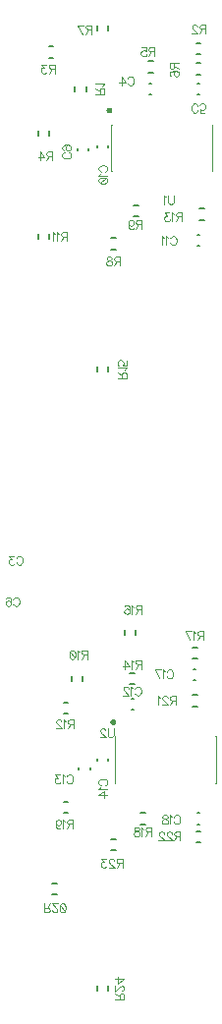
<source format=gbr>
G04 DipTrace 4.0.0.5*
G04 BottomSilk.gbr*
%MOIN*%
G04 #@! TF.FileFunction,Legend,Bot*
G04 #@! TF.Part,Single*
%ADD13C,0.004724*%
%ADD19C,0.005906*%
%ADD42C,0.003281*%
%FSLAX26Y26*%
G04*
G70*
G90*
G75*
G01*
G04 BotSilk*
%LPD*%
X947703Y4237598D2*
D19*
X940616D1*
X947703Y4199803D2*
X940616D1*
X1103116Y3687303D2*
X1110203D1*
X1103116Y3725098D2*
X1110202Y3725099D1*
X1090616Y2212303D2*
X1097703D1*
X1090616Y2250098D2*
X1097703D1*
X1103116Y4199803D2*
X1110203D1*
X1103116Y4237598D2*
X1110203D1*
X885203Y2150098D2*
X878116D1*
X885203Y2112303D2*
X878116D1*
X1103116Y1724803D2*
X1110203D1*
X1103116Y1762598D2*
X1110202Y1762599D1*
X700262Y1915993D2*
Y1908907D1*
X738057Y1915993D2*
Y1908907D1*
X734063Y4008598D2*
Y4015685D1*
X696268Y4008598D2*
Y4015685D1*
X762762Y1947244D2*
Y1940157D1*
X800557Y1947244D2*
Y1940158D1*
X762762Y4025740D2*
Y4018653D1*
X800557Y4025741D2*
Y4018654D1*
X725557Y4210827D2*
Y4226575D1*
X687762Y4210827D2*
Y4226575D1*
X952033Y4312598D2*
X936285D1*
X952033Y4274803D2*
X936285D1*
X886285Y3787303D2*
X902033D1*
X886285Y3825098D2*
X902033D1*
X1111286Y3774803D2*
X1127034D1*
X1111285Y3812598D2*
X1127033Y3812599D1*
X1102033Y2325099D2*
X1086285Y2325098D1*
X1102034Y2287303D2*
X1086286D1*
X1086285Y2124803D2*
X1102033D1*
X1086285Y2162598D2*
X1102033D1*
X598785Y4324803D2*
X614533D1*
X598785Y4362598D2*
X614533D1*
X562761Y3726574D2*
X562762Y3710826D1*
X600557Y3726575D2*
Y3710827D1*
X648785Y1762303D2*
X664533D1*
X648785Y1800098D2*
X664533D1*
X762762Y4432825D2*
Y4417077D1*
X800557Y4432825D2*
Y4417077D1*
Y3260827D2*
Y3276575D1*
X762762Y3260827D2*
Y3276575D1*
X811285Y1637303D2*
X827033D1*
X811285Y1675098D2*
X827033D1*
X1114533Y4375098D2*
X1098785D1*
X1114533Y4337303D2*
X1098785D1*
Y4268554D2*
X1114533D1*
X1098785Y4306349D2*
X1114533D1*
X713057Y2210827D2*
Y2226575D1*
X675262Y2210826D2*
X675261Y2226574D1*
X889533Y2237598D2*
X873785D1*
X889533Y2199803D2*
X873785D1*
X911285Y1724803D2*
X927033D1*
X911285Y1762598D2*
X927033D1*
X1098786Y1662303D2*
X1114534D1*
X1098785Y1700098D2*
X1114533Y1700099D1*
X600557Y4060827D2*
Y4076575D1*
X562762Y4060827D2*
Y4076575D1*
X648785Y2099803D2*
X664533D1*
X648785Y2137598D2*
X664533D1*
X611285Y1487303D2*
X627033D1*
X611285Y1525098D2*
X627033D1*
X811285Y3674803D2*
X827033D1*
X811285Y3712598D2*
X827033D1*
X856511Y2382825D2*
Y2367077D1*
X894306Y2382826D2*
Y2367078D1*
X800557Y1160827D2*
Y1176575D1*
X762762Y1160827D2*
Y1176575D1*
X811976Y3939957D2*
D13*
X809220D1*
X809217Y4097437D1*
X811973D1*
X1151346Y3939964D2*
X1154102Y3939965D1*
X1154098Y4097445D1*
X1151343D1*
G36*
X814334Y4145469D2*
X814249Y4144184D1*
X813998Y4142921D1*
X813585Y4141702D1*
X813015Y4140548D1*
X812300Y4139477D1*
X811451Y4138509D1*
X810483Y4137660D1*
X809413Y4136945D1*
X808258Y4136375D1*
X807039Y4135962D1*
X805776Y4135710D1*
X804491Y4135626D1*
X803207Y4135710D1*
X801944Y4135961D1*
X800725Y4136375D1*
X799570Y4136945D1*
X798500Y4137660D1*
X797532Y4138509D1*
X796683Y4139477D1*
X795967Y4140547D1*
X795398Y4141702D1*
X794984Y4142921D1*
X794733Y4144184D1*
X794649Y4145468D1*
D1*
X794733Y4146753D1*
X794984Y4148016D1*
X795398Y4149235D1*
X795967Y4150390D1*
X796682Y4151460D1*
X797531Y4152428D1*
X798499Y4153277D1*
X799570Y4153992D1*
X800724Y4154562D1*
X801943Y4154976D1*
X803206Y4155227D1*
X804491Y4155311D1*
X805776Y4155227D1*
X807038Y4154976D1*
X808257Y4154562D1*
X809412Y4153993D1*
X810483Y4153277D1*
X811451Y4152428D1*
X812300Y4151461D1*
X813015Y4150390D1*
X813584Y4149235D1*
X813998Y4148016D1*
X814249Y4146754D1*
X814334Y4145469D1*
D1*
G37*
X824474Y1864961D2*
D13*
X821718D1*
Y2022441D1*
X824474D1*
X1163844Y1864961D2*
X1166600D1*
Y2022441D1*
X1163844D1*
G36*
X826836Y2070472D2*
X826752Y2069188D1*
X826501Y2067925D1*
X826087Y2066706D1*
X825518Y2065551D1*
X824803Y2064481D1*
X823954Y2063513D1*
X822986Y2062664D1*
X821915Y2061949D1*
X820760Y2061379D1*
X819541Y2060965D1*
X818279Y2060714D1*
X816994Y2060630D1*
X815709Y2060714D1*
X814446Y2060965D1*
X813227Y2061379D1*
X812073Y2061949D1*
X811002Y2062664D1*
X810034Y2063513D1*
X809185Y2064481D1*
X808470Y2065551D1*
X807901Y2066706D1*
X807487Y2067925D1*
X807236Y2069188D1*
X807151Y2070472D1*
D1*
X807236Y2071757D1*
X807487Y2073020D1*
X807901Y2074239D1*
X808470Y2075394D1*
X809185Y2076464D1*
X810034Y2077432D1*
X811002Y2078281D1*
X812073Y2078996D1*
X813227Y2079566D1*
X814446Y2079980D1*
X815709Y2080231D1*
X816994Y2080315D1*
X818279Y2080231D1*
X819541Y2079980D1*
X820760Y2079566D1*
X821915Y2078996D1*
X822986Y2078281D1*
X823954Y2077432D1*
X824803Y2076464D1*
X825518Y2075394D1*
X826087Y2074239D1*
X826501Y2073020D1*
X826752Y2071757D1*
X826836Y2070472D1*
D1*
G37*
X866004Y4254301D2*
D42*
X867430Y4257153D1*
X870315Y4260038D1*
X873167Y4261464D1*
X878904D1*
X881789Y4260038D1*
X884641Y4257153D1*
X886100Y4254301D1*
X887526Y4249990D1*
Y4242794D1*
X886100Y4238517D1*
X884641Y4235631D1*
X881789Y4232780D1*
X878904Y4231320D1*
X873167D1*
X870315Y4232780D1*
X867430Y4235631D1*
X866004Y4238517D1*
X845084Y4231320D2*
Y4261431D1*
X859443Y4241368D1*
X837921D1*
X1010890Y3712179D2*
X1012315Y3715031D1*
X1015200Y3717916D1*
X1018052Y3719342D1*
X1023789D1*
X1026674Y3717916D1*
X1029526Y3715031D1*
X1030986Y3712179D1*
X1032412Y3707868D1*
Y3700672D1*
X1030986Y3696394D1*
X1029527Y3693509D1*
X1026675Y3690657D1*
X1023790Y3689198D1*
X1018053D1*
X1015201Y3690657D1*
X1012316Y3693509D1*
X1010890Y3696394D1*
X1004328Y3713571D2*
X1001443Y3715030D1*
X997132Y3719308D1*
Y3689197D1*
X990570Y3713571D2*
X987685Y3715030D1*
X983374Y3719308D1*
Y3689197D1*
X999202Y2241678D2*
X1000628Y2244530D1*
X1003513Y2247415D1*
X1006365Y2248841D1*
X1012102D1*
X1014987Y2247415D1*
X1017839Y2244530D1*
X1019298Y2241678D1*
X1020724Y2237367D1*
Y2230171D1*
X1019298Y2225893D1*
X1017839Y2223008D1*
X1014987Y2220156D1*
X1012102Y2218697D1*
X1006365D1*
X1003513Y2220156D1*
X1000628Y2223008D1*
X999202Y2225893D1*
X992640Y2243071D2*
X989755Y2244530D1*
X985444Y2248808D1*
Y2218697D1*
X973145D2*
X958786Y2248808D1*
X978882D1*
X1104091Y4145597D2*
X1102665Y4142746D1*
X1099780Y4139860D1*
X1096928Y4138435D1*
X1091192D1*
X1088306Y4139860D1*
X1085455Y4142746D1*
X1083995Y4145597D1*
X1082569Y4149908D1*
Y4157105D1*
X1083995Y4161382D1*
X1085455Y4164268D1*
X1088306Y4167119D1*
X1091192Y4168579D1*
X1096928D1*
X1099780Y4167119D1*
X1102665Y4164268D1*
X1104091Y4161382D1*
X1127864Y4138468D2*
X1113538D1*
X1112112Y4151368D1*
X1113538Y4149942D1*
X1117849Y4148483D1*
X1122127D1*
X1126438Y4149942D1*
X1129323Y4152794D1*
X1130749Y4157105D1*
Y4159956D1*
X1129323Y4164268D1*
X1126438Y4167153D1*
X1122127Y4168579D1*
X1117849D1*
X1113538Y4167153D1*
X1112112Y4165693D1*
X1110653Y4162842D1*
X891106Y2184337D2*
X892532Y2187189D1*
X895417Y2190074D1*
X898269Y2191500D1*
X904006D1*
X906891Y2190074D1*
X909743Y2187189D1*
X911202Y2184337D1*
X912628Y2180026D1*
Y2172830D1*
X911202Y2168552D1*
X909743Y2165667D1*
X906891Y2162815D1*
X904006Y2161356D1*
X898269D1*
X895417Y2162815D1*
X892532Y2165667D1*
X891106Y2168552D1*
X884544Y2185730D2*
X881659Y2187189D1*
X877348Y2191467D1*
Y2161356D1*
X869327Y2184304D2*
Y2185730D1*
X867902Y2188615D1*
X866476Y2190041D1*
X863590Y2191467D1*
X857854D1*
X855002Y2190041D1*
X853576Y2188615D1*
X852117Y2185730D1*
Y2182878D1*
X853576Y2179993D1*
X856428Y2175715D1*
X870787Y2161356D1*
X850691D1*
X1023075Y1748483D2*
X1024501Y1751335D1*
X1027386Y1754220D1*
X1030238Y1755646D1*
X1035975Y1755647D1*
X1038860Y1754221D1*
X1041712Y1751336D1*
X1043171Y1748484D1*
X1044597Y1744173D1*
Y1736977D1*
X1043171Y1732699D1*
X1041712Y1729814D1*
X1038860Y1726962D1*
X1035975Y1725503D1*
X1030238Y1725502D1*
X1027386Y1726962D1*
X1024501Y1729813D1*
X1023075Y1732698D1*
X1016513Y1749876D2*
X1013628Y1751335D1*
X1009317Y1755613D1*
X1009318Y1725502D1*
X995592Y1755613D2*
X999870Y1754187D1*
X1001329Y1751335D1*
X1001330Y1748450D1*
X999870Y1745598D1*
X997019Y1744139D1*
X991282Y1742713D1*
X986971Y1741286D1*
X984119Y1738401D1*
X982693Y1735549D1*
Y1731238D1*
X984119Y1728387D1*
X985545Y1726927D1*
X989856Y1725502D1*
X995593D1*
X999871Y1726928D1*
X1001330Y1728387D1*
X1002756Y1731239D1*
Y1735550D1*
X1001330Y1738402D1*
X998445Y1741287D1*
X994167Y1742713D1*
X988430Y1744138D1*
X985545Y1745597D1*
X984119Y1748449D1*
Y1751334D1*
X985544Y1754186D1*
X989855Y1755612D1*
X995592Y1755613D1*
X659328Y1885903D2*
X660754Y1888754D1*
X663639Y1891640D1*
X666491Y1893065D1*
X672228D1*
X675113Y1891640D1*
X677965Y1888754D1*
X679424Y1885903D1*
X680850Y1881592D1*
Y1874395D1*
X679424Y1870118D1*
X677965Y1867232D1*
X675113Y1864381D1*
X672228Y1862921D1*
X666491D1*
X663639Y1864381D1*
X660754Y1867232D1*
X659328Y1870118D1*
X652766Y1887295D2*
X649881Y1888754D1*
X645570Y1893032D1*
Y1862921D1*
X636123Y1893032D2*
X620371D1*
X628960Y1881558D1*
X624649D1*
X621797Y1880132D1*
X620371Y1878706D1*
X618912Y1874395D1*
Y1871544D1*
X620371Y1867232D1*
X623223Y1864347D1*
X627534Y1862921D1*
X631845D1*
X636123Y1864347D1*
X637549Y1865807D1*
X639008Y1868658D1*
X667188Y4003858D2*
X670040Y4002432D1*
X672925Y3999547D1*
X674351Y3996695D1*
Y3990958D1*
X672925Y3988073D1*
X670040Y3985221D1*
X667188Y3983762D1*
X662877Y3982336D1*
X655681D1*
X651403Y3983762D1*
X648518Y3985221D1*
X645666Y3988073D1*
X644207Y3990958D1*
Y3996695D1*
X645666Y3999547D1*
X648518Y4002432D1*
X651403Y4003858D1*
X664303Y4029089D2*
X659992Y4027630D1*
X657107Y4024778D1*
X655681Y4020467D1*
Y4019041D1*
X657107Y4014730D1*
X659992Y4011879D1*
X664303Y4010419D1*
X665729D1*
X670040Y4011879D1*
X672892Y4014730D1*
X674318Y4019041D1*
Y4020467D1*
X672892Y4024778D1*
X670040Y4027630D1*
X664303Y4029089D1*
X657107D1*
X649944Y4027630D1*
X645633Y4024778D1*
X644207Y4020467D1*
Y4017615D1*
X645633Y4013304D1*
X648518Y4011879D1*
X774995Y1857048D2*
X772143Y1858474D1*
X769258Y1861359D1*
X767831Y1864211D1*
Y1869948D1*
X769257Y1872833D1*
X772142Y1875685D1*
X774994Y1877144D1*
X779305Y1878570D1*
X786501D1*
X790779Y1877144D1*
X793664Y1875685D1*
X796516Y1872833D1*
X797975Y1869948D1*
Y1864211D1*
X796516Y1861359D1*
X793665Y1858474D1*
X790780Y1857048D1*
X773602Y1850486D2*
X772143Y1847601D1*
X767865Y1843290D1*
X797976Y1843291D1*
Y1822370D2*
X767865Y1822369D1*
X787928Y1836729D1*
Y1815207D1*
X774753Y3938364D2*
X771901Y3939790D1*
X769016Y3942675D1*
X767590Y3945527D1*
Y3951264D1*
X769016Y3954149D1*
X771901Y3957001D1*
X774753Y3958460D1*
X779064Y3959886D1*
X786260D1*
X790538Y3958460D1*
X793423Y3957001D1*
X796275Y3954149D1*
X797734Y3951264D1*
Y3945527D1*
X796275Y3942675D1*
X793423Y3939790D1*
X790538Y3938364D1*
X773360Y3931802D2*
X771901Y3928917D1*
X767624Y3924606D1*
X797734Y3924607D1*
X767624Y3909422D2*
X769050Y3913733D1*
X773361Y3916619D1*
X780524Y3918045D1*
X784835D1*
X791998Y3916619D1*
X796309Y3913734D1*
X797735Y3909423D1*
Y3906571D1*
X796309Y3902260D1*
X791998Y3899408D1*
X784835Y3897949D1*
X780524D1*
X773361Y3899408D1*
X769050Y3902259D1*
X767624Y3906570D1*
Y3909422D1*
X773361Y3899408D2*
X791998Y3916619D1*
X477803Y2487388D2*
X479229Y2490240D1*
X482114Y2493125D1*
X484966Y2494551D1*
X490703D1*
X493588Y2493125D1*
X496440Y2490240D1*
X497899Y2487388D1*
X499325Y2483077D1*
Y2475881D1*
X497899Y2471603D1*
X496440Y2468718D1*
X493588Y2465866D1*
X490703Y2464407D1*
X484966D1*
X482114Y2465866D1*
X479229Y2468718D1*
X477803Y2471603D1*
X454031Y2490240D2*
X455457Y2493092D1*
X459768Y2494518D1*
X462620D1*
X466931Y2493092D1*
X469816Y2488781D1*
X471242Y2481618D1*
Y2474455D1*
X469816Y2468718D1*
X466931Y2465833D1*
X462620Y2464407D1*
X461194D1*
X456916Y2465833D1*
X454031Y2468718D1*
X452605Y2473029D1*
Y2474455D1*
X454031Y2478766D1*
X456916Y2481618D1*
X461194Y2483044D1*
X462620D1*
X466931Y2481618D1*
X469816Y2478766D1*
X471242Y2474455D1*
X488461Y2627996D2*
X489887Y2630848D1*
X492772Y2633733D1*
X495624Y2635159D1*
X501361D1*
X504246Y2633733D1*
X507098Y2630848D1*
X508557Y2627996D1*
X509983Y2623685D1*
Y2616489D1*
X508557Y2612211D1*
X507098Y2609326D1*
X504246Y2606474D1*
X501361Y2605015D1*
X495624D1*
X492772Y2606474D1*
X489887Y2609326D1*
X488461Y2612211D1*
X479014Y2635125D2*
X463262D1*
X471851Y2623652D1*
X467540D1*
X464688Y2622226D1*
X463262Y2620800D1*
X461803Y2616489D1*
Y2613637D1*
X463262Y2609326D1*
X466114Y2606441D1*
X470425Y2605015D1*
X474736D1*
X479014Y2606441D1*
X480440Y2607900D1*
X481899Y2610752D1*
X772567Y4201774D2*
Y4214674D1*
X774026Y4218985D1*
X775452Y4220444D1*
X778303Y4221870D1*
X781189D1*
X784040Y4220444D1*
X785500Y4218985D1*
X786926Y4214674D1*
Y4201774D1*
X756782D1*
X772567Y4211822D2*
X756782Y4221870D1*
X781155Y4228432D2*
X782615Y4231317D1*
X786892Y4235628D1*
X756782D1*
X957893Y4345679D2*
X944993D1*
X940682Y4347138D1*
X939223Y4348564D1*
X937797Y4351416D1*
Y4354301D1*
X939223Y4357153D1*
X940682Y4358612D1*
X944993Y4360038D1*
X957893D1*
Y4329894D1*
X947845Y4345679D2*
X937797Y4329894D1*
X914024Y4360005D2*
X928350D1*
X929776Y4347105D1*
X928350Y4348531D1*
X924039Y4349990D1*
X919761D1*
X915450Y4348531D1*
X912565Y4345679D1*
X911139Y4341368D1*
Y4338516D1*
X912565Y4334205D1*
X915450Y4331320D1*
X919761Y4329894D1*
X924039D1*
X928350Y4331320D1*
X929776Y4332779D1*
X931235Y4335631D1*
X914527Y3759045D2*
X901627D1*
X897316Y3760504D1*
X895857Y3761930D1*
X894431Y3764782D1*
Y3767667D1*
X895857Y3770519D1*
X897316Y3771978D1*
X901627Y3773404D1*
X914527D1*
Y3743260D1*
X904479Y3759045D2*
X894431Y3743260D1*
X869199Y3763356D2*
X870658Y3759045D1*
X873510Y3756160D1*
X877821Y3754734D1*
X879247D1*
X883558Y3756160D1*
X886410Y3759045D1*
X887869Y3763356D1*
Y3764782D1*
X886410Y3769093D1*
X883558Y3771945D1*
X879247Y3773371D1*
X877821D1*
X873510Y3771945D1*
X870658Y3769093D1*
X869199Y3763356D1*
Y3756160D1*
X870658Y3748997D1*
X873510Y3744686D1*
X877821Y3743260D1*
X880673D1*
X884984Y3744686D1*
X886410Y3747571D1*
X1050649Y3785605D2*
X1037749D1*
X1033438Y3787064D1*
X1031979Y3788490D1*
X1030553Y3791342D1*
Y3794227D1*
X1031978Y3797079D1*
X1033438Y3798538D1*
X1037749Y3799964D1*
X1050648D1*
X1050649Y3769820D1*
X1040601Y3785605D2*
X1030553Y3769820D1*
X1023991Y3794193D2*
X1021106Y3795653D1*
X1016795Y3799930D1*
Y3769819D1*
X1007348Y3799930D2*
X991596D1*
X1000185Y3788456D1*
X995874D1*
X993022Y3787030D1*
X991596Y3785604D1*
X990137Y3781293D1*
Y3778441D1*
X991597Y3774130D1*
X994449Y3771245D1*
X998760Y3769819D1*
X1003071D1*
X1007349Y3771245D1*
X1008774Y3772704D1*
X1010234Y3775556D1*
X1122514Y2364516D2*
X1109614Y2364515D1*
X1105303Y2365974D1*
X1103844Y2367400D1*
X1102418Y2370252D1*
Y2373137D1*
X1103844Y2375989D1*
X1105303Y2377448D1*
X1109614Y2378874D1*
X1122514Y2378875D1*
X1122515Y2348731D1*
X1112466Y2364515D2*
X1102419Y2348730D1*
X1095856Y2373104D2*
X1092971Y2374563D1*
X1088660Y2378841D1*
X1088661Y2348730D1*
X1076362Y2348729D2*
X1062002Y2378840D1*
X1082098D1*
X1029502Y2145083D2*
X1016602D1*
X1012291Y2146542D1*
X1010832Y2147968D1*
X1009406Y2150820D1*
Y2153705D1*
X1010832Y2156557D1*
X1012291Y2158016D1*
X1016602Y2159442D1*
X1029502D1*
Y2129298D1*
X1019454Y2145083D2*
X1009406Y2129298D1*
X1001385Y2152246D2*
Y2153672D1*
X999959Y2156557D1*
X998533Y2157983D1*
X995648Y2159409D1*
X989911D1*
X987059Y2157983D1*
X985633Y2156557D1*
X984174Y2153672D1*
Y2150820D1*
X985633Y2147935D1*
X988485Y2143657D1*
X1002844Y2129298D1*
X982748D1*
X976186Y2153672D2*
X973301Y2155131D1*
X968990Y2159409D1*
Y2129298D1*
X618250Y4287374D2*
X605350D1*
X601039Y4288834D1*
X599580Y4290259D1*
X598154Y4293111D1*
Y4295996D1*
X599580Y4298848D1*
X601039Y4300307D1*
X605350Y4301733D1*
X618250D1*
Y4271589D1*
X608202Y4287374D2*
X598154Y4271589D1*
X588707Y4301700D2*
X572955D1*
X581544Y4290226D1*
X577233D1*
X574381Y4288800D1*
X572955Y4287374D1*
X571496Y4283063D1*
Y4280211D1*
X572955Y4275900D1*
X575807Y4273015D1*
X580118Y4271589D1*
X584429D1*
X588707Y4273015D1*
X590133Y4274475D1*
X591592Y4277326D1*
X660333Y3717741D2*
X647433Y3717740D1*
X643122Y3719199D1*
X641662Y3720625D1*
X640236Y3723477D1*
Y3726362D1*
X641662Y3729214D1*
X643121Y3730673D1*
X647432Y3732099D1*
X660332Y3732100D1*
X660333Y3701956D1*
X650285Y3717741D2*
X640237Y3701955D1*
X633675Y3726329D2*
X630790Y3727788D1*
X626478Y3732066D1*
X626479Y3701955D1*
X619917Y3726329D2*
X617032Y3727788D1*
X612721Y3732066D1*
Y3701955D1*
X680508Y1725636D2*
X667608D1*
X663297Y1727095D1*
X661838Y1728521D1*
X660412Y1731373D1*
Y1734258D1*
X661838Y1737110D1*
X663297Y1738569D1*
X667608Y1739995D1*
X680508D1*
Y1709851D1*
X670460Y1725636D2*
X660412Y1709851D1*
X653850Y1734224D2*
X650965Y1735684D1*
X646654Y1739961D1*
Y1709851D1*
X621422Y1729947D2*
X622881Y1725636D1*
X625733Y1722751D1*
X630044Y1721325D1*
X631470D1*
X635781Y1722751D1*
X638633Y1725636D1*
X640092Y1729947D1*
Y1731373D1*
X638633Y1735684D1*
X635781Y1738535D1*
X631470Y1739961D1*
X630044D1*
X625733Y1738535D1*
X622881Y1735684D1*
X621422Y1729947D1*
Y1722751D1*
X622881Y1715588D1*
X625733Y1711277D1*
X630044Y1709851D1*
X632896D1*
X637207Y1711277D1*
X638633Y1714162D1*
X744455Y4420634D2*
X731555D1*
X727244Y4422093D1*
X725785Y4423519D1*
X724359Y4426371D1*
Y4429256D1*
X725785Y4432108D1*
X727244Y4433567D1*
X731555Y4434993D1*
X744455D1*
Y4404849D1*
X734407Y4420634D2*
X724359Y4404849D1*
X712060D2*
X697701Y4434960D1*
X717797D1*
X847567Y3238445D2*
Y3251345D1*
X849026Y3255656D1*
X850452Y3257115D1*
X853303Y3258541D1*
X856189D1*
X859040Y3257115D1*
X860500Y3255656D1*
X861926Y3251345D1*
Y3238445D1*
X831782D1*
X847567Y3248493D2*
X831782Y3258541D1*
X856155Y3265103D2*
X857615Y3267988D1*
X861892Y3272299D1*
X831782D1*
X861892Y3296071D2*
Y3281746D1*
X848992Y3280320D1*
X850418Y3281746D1*
X851878Y3286057D1*
Y3290334D1*
X850418Y3294645D1*
X847567Y3297531D1*
X843255Y3298957D1*
X840404D1*
X836093Y3297531D1*
X833207Y3294645D1*
X831782Y3290334D1*
Y3286057D1*
X833207Y3281746D1*
X834667Y3280320D1*
X837519Y3278861D1*
X848272Y1593042D2*
X835372D1*
X831061Y1594502D1*
X829602Y1595927D1*
X828176Y1598779D1*
Y1601664D1*
X829602Y1604516D1*
X831061Y1605975D1*
X835372Y1607401D1*
X848272D1*
Y1577257D1*
X838224Y1593042D2*
X828176Y1577257D1*
X820155Y1600205D2*
Y1601631D1*
X818729Y1604516D1*
X817303Y1605942D1*
X814418Y1607368D1*
X808681D1*
X805829Y1605942D1*
X804403Y1604516D1*
X802944Y1601631D1*
Y1598779D1*
X804403Y1595894D1*
X807255Y1591616D1*
X821614Y1577257D1*
X801518D1*
X792071Y1607368D2*
X776320D1*
X784908Y1595894D1*
X780597D1*
X777745Y1594468D1*
X776320Y1593042D1*
X774860Y1588731D1*
Y1585879D1*
X776320Y1581568D1*
X779171Y1578683D1*
X783482Y1577257D1*
X787793D1*
X792071Y1578683D1*
X793497Y1580142D1*
X794956Y1582994D1*
X1130036Y4422108D2*
X1117136D1*
X1112825Y4423567D1*
X1111366Y4424993D1*
X1109940Y4427845D1*
Y4430730D1*
X1111366Y4433582D1*
X1112825Y4435041D1*
X1117136Y4436467D1*
X1130036D1*
Y4406323D1*
X1119988Y4422108D2*
X1109940Y4406323D1*
X1101919Y4429271D2*
Y4430697D1*
X1100493Y4433582D1*
X1099067Y4435008D1*
X1096182Y4436434D1*
X1090445D1*
X1087593Y4435008D1*
X1086168Y4433582D1*
X1084708Y4430697D1*
Y4427845D1*
X1086168Y4424960D1*
X1089019Y4420682D1*
X1103378Y4406323D1*
X1083282D1*
X1024184Y4306307D2*
Y4293407D1*
X1022725Y4289096D1*
X1021299Y4287637D1*
X1018447Y4286211D1*
X1015562D1*
X1012710Y4287637D1*
X1011251Y4289096D1*
X1009825Y4293407D1*
Y4306307D1*
X1039969D1*
X1024184Y4296259D2*
X1039969Y4286211D1*
X1014136Y4262439D2*
X1011284Y4263865D1*
X1009858Y4268176D1*
Y4271028D1*
X1011284Y4275339D1*
X1015595Y4278224D1*
X1022758Y4279650D1*
X1029921D1*
X1035658Y4278224D1*
X1038543Y4275339D1*
X1039969Y4271028D1*
Y4269602D1*
X1038543Y4265324D1*
X1035658Y4262439D1*
X1031347Y4261013D1*
X1029921D1*
X1025610Y4262439D1*
X1022758Y4265324D1*
X1021332Y4269602D1*
Y4271028D1*
X1022758Y4275339D1*
X1025610Y4278224D1*
X1029921Y4279650D1*
X729152Y2300753D2*
X716252D1*
X711941Y2302212D1*
X710482Y2303638D1*
X709056Y2306490D1*
Y2309375D1*
X710481Y2312227D1*
X711940Y2313686D1*
X716251Y2315112D1*
X729151D1*
X729152Y2284968D1*
X719104Y2300753D2*
X709056Y2284968D1*
X702494Y2309341D2*
X699609Y2310801D1*
X695298Y2315078D1*
Y2284967D1*
X680114Y2315078D2*
X684425Y2313652D1*
X687310Y2309341D1*
X688736Y2302178D1*
Y2297867D1*
X687311Y2290704D1*
X684426Y2286393D1*
X680115Y2284967D1*
X677263D1*
X672952Y2286393D1*
X670100Y2290704D1*
X668640Y2297867D1*
Y2302178D1*
X670099Y2309341D1*
X672951Y2313652D1*
X677262Y2315078D1*
X680114D1*
X670099Y2309341D2*
X687311Y2290704D1*
X912628Y2267494D2*
X899728D1*
X895417Y2268953D1*
X893958Y2270379D1*
X892532Y2273231D1*
Y2276116D1*
X893958Y2278968D1*
X895417Y2280427D1*
X899728Y2281853D1*
X912628D1*
Y2251709D1*
X902580Y2267494D2*
X892532Y2251709D1*
X885970Y2276083D2*
X883085Y2277542D1*
X878774Y2281820D1*
Y2251709D1*
X857854D2*
Y2281820D1*
X872213Y2261757D1*
X850691D1*
X947501Y1699525D2*
X934601D1*
X930290Y1700984D1*
X928831Y1702410D1*
X927405Y1705262D1*
Y1708147D1*
X928831Y1710999D1*
X930290Y1712458D1*
X934601Y1713884D1*
X947501D1*
Y1683740D1*
X937453Y1699525D2*
X927405Y1683740D1*
X920843Y1708114D2*
X917958Y1709573D1*
X913647Y1713851D1*
Y1683740D1*
X899922Y1713851D2*
X904200Y1712425D1*
X905659Y1709573D1*
Y1706688D1*
X904200Y1703836D1*
X901348Y1702377D1*
X895611Y1700951D1*
X891300Y1699525D1*
X888448Y1696640D1*
X887022Y1693788D1*
Y1689477D1*
X888448Y1686625D1*
X889874Y1685166D1*
X894185Y1683740D1*
X899922D1*
X904200Y1685166D1*
X905659Y1686625D1*
X907085Y1689477D1*
Y1693788D1*
X905659Y1696640D1*
X902774Y1699525D1*
X898496Y1700951D1*
X892759Y1702377D1*
X889874Y1703836D1*
X888448Y1706688D1*
Y1709573D1*
X889874Y1712425D1*
X894185Y1713851D1*
X899922D1*
X1044655Y1684483D2*
X1031755D1*
X1027444Y1685942D1*
X1025985Y1687368D1*
X1024559Y1690220D1*
Y1693105D1*
X1025985Y1695957D1*
X1027444Y1697416D1*
X1031755Y1698842D1*
X1044655D1*
Y1668698D1*
X1034607Y1684483D2*
X1024559Y1668698D1*
X1016538Y1691646D2*
Y1693072D1*
X1015112Y1695957D1*
X1013686Y1697383D1*
X1010801Y1698808D1*
X1005064D1*
X1002212Y1697382D1*
X1000786Y1695956D1*
X999327Y1693071D1*
Y1690219D1*
X1000786Y1687334D1*
X1003638Y1683056D1*
X1017998Y1668698D1*
X997902Y1668697D1*
X989880Y1691645D2*
Y1693071D1*
X988454Y1695956D1*
X987028Y1697382D1*
X984143Y1698808D1*
X978406D1*
X975554Y1697382D1*
X974128Y1695956D1*
X972669Y1693071D1*
Y1690219D1*
X974129Y1687334D1*
X976981Y1683056D1*
X991340Y1668697D1*
X971244D1*
X610611Y3991520D2*
X597711D1*
X593400Y3992979D1*
X591941Y3994405D1*
X590515Y3997257D1*
Y4000142D1*
X591941Y4002994D1*
X593400Y4004453D1*
X597711Y4005879D1*
X610611D1*
Y3975735D1*
X600563Y3991520D2*
X590515Y3975735D1*
X569595D2*
Y4005846D1*
X583954Y3985783D1*
X562432D1*
X683118Y2065035D2*
X670219D1*
X665907Y2066494D1*
X664448Y2067920D1*
X663022Y2070772D1*
Y2073657D1*
X664448Y2076508D1*
X665907Y2077968D1*
X670219Y2079394D1*
X683118D1*
Y2049250D1*
X673070Y2065035D2*
X663022Y2049250D1*
X656461Y2073623D2*
X653576Y2075083D1*
X649265Y2079360D1*
Y2049250D1*
X641244Y2072197D2*
Y2073623D1*
X639818Y2076508D1*
X638392Y2077934D1*
X635507Y2079360D1*
X629770D1*
X626918Y2077934D1*
X625492Y2076508D1*
X624033Y2073623D1*
Y2070772D1*
X625492Y2067886D1*
X628344Y2063609D1*
X642703Y2049250D1*
X622607D1*
X582454Y1440294D2*
X595354D1*
X599665Y1438834D1*
X601124Y1437408D1*
X602550Y1434557D1*
Y1431672D1*
X601124Y1428820D1*
X599665Y1427360D1*
X595354Y1425935D1*
X582454D1*
Y1456079D1*
X592502Y1440294D2*
X602550Y1456079D1*
X610570Y1433131D2*
Y1431705D1*
X611996Y1428820D1*
X613422Y1427394D1*
X616307Y1425968D1*
X622044D1*
X624896Y1427394D1*
X626322Y1428820D1*
X627781Y1431705D1*
Y1434557D1*
X626322Y1437442D1*
X623470Y1441720D1*
X609111Y1456079D1*
X629207D1*
X644391Y1425968D2*
X640080Y1427394D1*
X637195Y1431705D1*
X635769Y1438868D1*
Y1443179D1*
X637195Y1450342D1*
X640080Y1454653D1*
X644391Y1456079D1*
X647243D1*
X651554Y1454653D1*
X654406Y1450342D1*
X655865Y1443179D1*
Y1438868D1*
X654406Y1431705D1*
X651554Y1427394D1*
X647243Y1425968D1*
X644391D1*
X654406Y1431705D2*
X637195Y1450342D1*
X840223Y3635061D2*
X827323D1*
X823012Y3636520D1*
X821553Y3637946D1*
X820127Y3640798D1*
Y3643683D1*
X821553Y3646535D1*
X823012Y3647994D1*
X827323Y3649420D1*
X840223D1*
Y3619276D1*
X830175Y3635061D2*
X820127Y3619276D1*
X806402Y3649387D2*
X810680Y3647961D1*
X812139Y3645109D1*
Y3642224D1*
X810680Y3639372D1*
X807828Y3637913D1*
X802091Y3636487D1*
X797780Y3635061D1*
X794928Y3632176D1*
X793502Y3629324D1*
Y3625013D1*
X794928Y3622161D1*
X796354Y3620702D1*
X800665Y3619276D1*
X806402D1*
X810680Y3620702D1*
X812139Y3622161D1*
X813565Y3625013D1*
Y3629324D1*
X812139Y3632176D1*
X809254Y3635061D1*
X804976Y3636487D1*
X799239Y3637913D1*
X796354Y3639372D1*
X794928Y3642224D1*
Y3645109D1*
X796354Y3647961D1*
X800665Y3649387D1*
X806402D1*
X913485Y2453206D2*
X900585D1*
X896274Y2454665D1*
X894814Y2456091D1*
X893388Y2458942D1*
Y2461828D1*
X894814Y2464679D1*
X896273Y2466139D1*
X900584Y2467565D1*
X913484D1*
X913485Y2437421D1*
X903437Y2453206D2*
X893389Y2437420D1*
X886827Y2461794D2*
X883942Y2463253D1*
X879630Y2467531D1*
X879631Y2437420D1*
X855858Y2463253D2*
X857284Y2466105D1*
X861595Y2467531D1*
X864447D1*
X868758Y2466105D1*
X871643Y2461794D1*
X873069Y2454631D1*
Y2447468D1*
X871643Y2441731D1*
X868758Y2438846D1*
X864447Y2437420D1*
X863021D1*
X858743Y2438846D1*
X855858Y2441731D1*
X854432Y2446042D1*
Y2447468D1*
X855858Y2451779D1*
X858743Y2454631D1*
X863021Y2456057D1*
X864447D1*
X868758Y2454631D1*
X871643Y2451779D1*
X873069Y2447468D1*
X839723Y1131282D2*
Y1144182D1*
X841182Y1148493D1*
X842608Y1149952D1*
X845460Y1151378D1*
X848345D1*
X851197Y1149952D1*
X852656Y1148493D1*
X854082Y1144182D1*
Y1131282D1*
X823938D1*
X839723Y1141330D2*
X823938Y1151378D1*
X846886Y1159399D2*
X848312D1*
X851197Y1160825D1*
X852623Y1162251D1*
X854049Y1165136D1*
Y1170873D1*
X852623Y1173725D1*
X851197Y1175151D1*
X848312Y1176610D1*
X845460D1*
X842575Y1175151D1*
X838297Y1172299D1*
X823938Y1157940D1*
Y1178036D1*
Y1198957D2*
X854049D1*
X833986Y1184597D1*
Y1206119D1*
X1022805Y3857751D2*
Y3836230D1*
X1021380Y3831918D1*
X1018495Y3829067D1*
X1014184Y3827607D1*
X1011332D1*
X1007021Y3829066D1*
X1004135Y3831918D1*
X1002709Y3836229D1*
Y3857751D1*
X996147Y3851981D2*
X993262Y3853440D1*
X988951Y3857718D1*
X988952Y3827607D1*
X818669Y2049382D2*
Y2027860D1*
X817243Y2023549D1*
X814358Y2020697D1*
X810047Y2019238D1*
X807195D1*
X802884Y2020697D1*
X799999Y2023549D1*
X798573Y2027860D1*
Y2049382D1*
X790552Y2042186D2*
Y2043612D1*
X789126Y2046497D1*
X787700Y2047923D1*
X784815Y2049349D1*
X779078D1*
X776226Y2047923D1*
X774800Y2046497D1*
X773341Y2043612D1*
Y2040760D1*
X774800Y2037875D1*
X777652Y2033597D1*
X792011Y2019238D1*
X771915D1*
M02*

</source>
